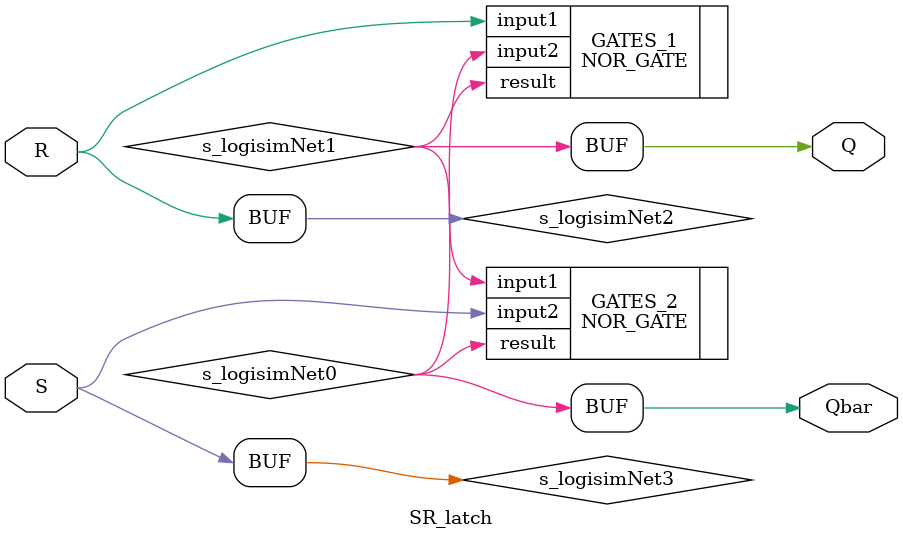
<source format=v>
/******************************************************************************
 ** Logisim-evolution goes FPGA automatic generated Verilog code             **
 ** https://github.com/logisim-evolution/                                    **
 **                                                                          **
 ** Component : SR_latch                                                     **
 **                                                                          **
 *****************************************************************************/

module SR_latch( Q,
                 Qbar,
                 R,
                 S );

   /*******************************************************************************
   ** The inputs are defined here                                                **
   *******************************************************************************/
   input R;
   input S;

   /*******************************************************************************
   ** The outputs are defined here                                               **
   *******************************************************************************/
   output Q;
   output Qbar;

   /*******************************************************************************
   ** The wires are defined here                                                 **
   *******************************************************************************/
   wire s_logisimNet0;
   wire s_logisimNet1;
   wire s_logisimNet2;
   wire s_logisimNet3;

   /*******************************************************************************
   ** The module functionality is described here                                 **
   *******************************************************************************/

   /*******************************************************************************
   ** Here all input connections are defined                                     **
   *******************************************************************************/
   assign s_logisimNet2 = R;
   assign s_logisimNet3 = S;

   /*******************************************************************************
   ** Here all output connections are defined                                    **
   *******************************************************************************/
   assign Q    = s_logisimNet1;
   assign Qbar = s_logisimNet0;

   /*******************************************************************************
   ** Here all normal components are defined                                     **
   *******************************************************************************/
   NOR_GATE #(.BubblesMask(2'b00))
      GATES_1 (.input1(s_logisimNet2),
               .input2(s_logisimNet0),
               .result(s_logisimNet1));

   NOR_GATE #(.BubblesMask(2'b00))
      GATES_2 (.input1(s_logisimNet1),
               .input2(s_logisimNet3),
               .result(s_logisimNet0));


endmodule

</source>
